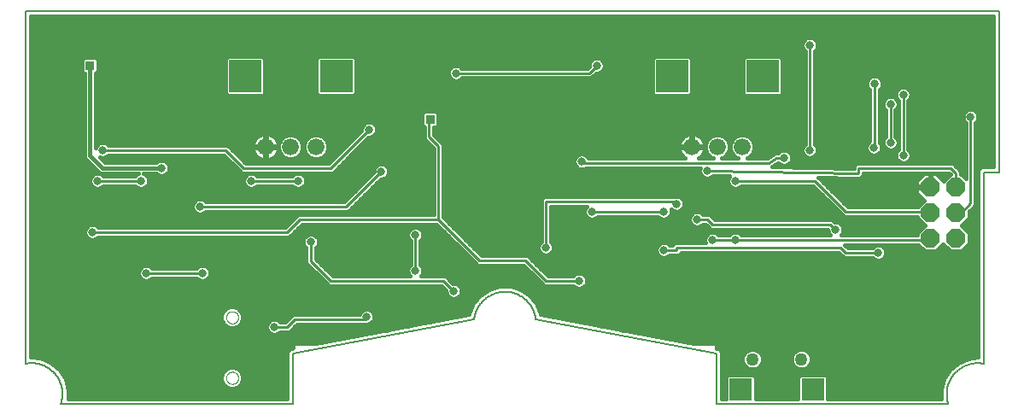
<source format=gbl>
G75*
%MOIN*%
%OFA0B0*%
%FSLAX25Y25*%
%IPPOS*%
%LPD*%
%AMOC8*
5,1,8,0,0,1.08239X$1,22.5*
%
%ADD10C,0.00800*%
%ADD11C,0.00787*%
%ADD12OC8,0.07400*%
%ADD13C,0.06600*%
%ADD14R,0.12598X0.12598*%
%ADD15C,0.05020*%
%ADD16R,0.08858X0.08858*%
%ADD17C,0.00000*%
%ADD18C,0.01600*%
%ADD19C,0.03169*%
%ADD20C,0.01000*%
%ADD21C,0.03562*%
%ADD22R,0.03562X0.03562*%
D10*
X0016870Y0164242D02*
X0396791Y0164242D01*
D11*
X0030650Y0010698D02*
X0030743Y0010975D01*
X0030830Y0011254D01*
X0030910Y0011534D01*
X0030983Y0011817D01*
X0031049Y0012101D01*
X0031108Y0012387D01*
X0031161Y0012674D01*
X0031206Y0012963D01*
X0031244Y0013252D01*
X0031276Y0013542D01*
X0031300Y0013833D01*
X0031317Y0014125D01*
X0031327Y0014416D01*
X0031330Y0014708D01*
X0031326Y0015000D01*
X0031315Y0015292D01*
X0031296Y0015583D01*
X0031271Y0015874D01*
X0031238Y0016164D01*
X0031199Y0016453D01*
X0031152Y0016742D01*
X0031099Y0017029D01*
X0031039Y0017314D01*
X0030971Y0017598D01*
X0030897Y0017880D01*
X0030816Y0018161D01*
X0030728Y0018439D01*
X0030633Y0018715D01*
X0030532Y0018989D01*
X0030424Y0019260D01*
X0030310Y0019529D01*
X0030189Y0019795D01*
X0030061Y0020057D01*
X0029928Y0020317D01*
X0029788Y0020573D01*
X0029642Y0020826D01*
X0029489Y0021075D01*
X0029331Y0021320D01*
X0029167Y0021561D01*
X0028997Y0021799D01*
X0028821Y0022032D01*
X0028640Y0022261D01*
X0028453Y0022485D01*
X0028261Y0022705D01*
X0028063Y0022919D01*
X0027860Y0023130D01*
X0027653Y0023335D01*
X0027440Y0023535D01*
X0027223Y0023729D01*
X0027001Y0023919D01*
X0026774Y0024103D01*
X0026543Y0024281D01*
X0026308Y0024454D01*
X0026068Y0024621D01*
X0025825Y0024782D01*
X0025577Y0024937D01*
X0025327Y0025086D01*
X0025072Y0025229D01*
X0024814Y0025366D01*
X0024553Y0025497D01*
X0024289Y0025621D01*
X0024021Y0025738D01*
X0023752Y0025849D01*
X0023479Y0025954D01*
X0023204Y0026052D01*
X0022927Y0026143D01*
X0022647Y0026227D01*
X0022366Y0026304D01*
X0022082Y0026375D01*
X0021798Y0026439D01*
X0021511Y0026496D01*
X0021224Y0026546D01*
X0020935Y0026588D01*
X0020645Y0026624D01*
X0020355Y0026653D01*
X0020064Y0026675D01*
X0019772Y0026689D01*
X0019480Y0026697D01*
X0019188Y0026697D01*
X0018896Y0026691D01*
X0018605Y0026677D01*
X0018314Y0026656D01*
X0018023Y0026628D01*
X0017733Y0026593D01*
X0017444Y0026551D01*
X0017157Y0026502D01*
X0016870Y0026446D01*
X0016870Y0026447D02*
X0016870Y0164242D01*
X0121201Y0030384D02*
X0192028Y0043825D01*
X0192064Y0044119D01*
X0192108Y0044412D01*
X0192158Y0044704D01*
X0192216Y0044995D01*
X0192281Y0045284D01*
X0192353Y0045571D01*
X0192432Y0045857D01*
X0192518Y0046140D01*
X0192611Y0046421D01*
X0192711Y0046700D01*
X0192818Y0046977D01*
X0192931Y0047251D01*
X0193051Y0047521D01*
X0193178Y0047789D01*
X0193311Y0048054D01*
X0193451Y0048315D01*
X0193597Y0048573D01*
X0193750Y0048827D01*
X0193908Y0049077D01*
X0194073Y0049324D01*
X0194243Y0049566D01*
X0194420Y0049804D01*
X0194602Y0050038D01*
X0194790Y0050267D01*
X0194984Y0050491D01*
X0195183Y0050710D01*
X0195387Y0050925D01*
X0195597Y0051135D01*
X0195811Y0051339D01*
X0196031Y0051538D01*
X0196255Y0051731D01*
X0196484Y0051919D01*
X0196718Y0052102D01*
X0196956Y0052278D01*
X0197198Y0052449D01*
X0197444Y0052613D01*
X0197695Y0052772D01*
X0197949Y0052924D01*
X0198207Y0053070D01*
X0198468Y0053210D01*
X0198733Y0053343D01*
X0199001Y0053470D01*
X0199271Y0053590D01*
X0199545Y0053703D01*
X0199822Y0053810D01*
X0200101Y0053909D01*
X0200382Y0054002D01*
X0200666Y0054088D01*
X0200951Y0054167D01*
X0201239Y0054239D01*
X0201528Y0054304D01*
X0201818Y0054362D01*
X0202110Y0054413D01*
X0202403Y0054456D01*
X0202697Y0054492D01*
X0202992Y0054521D01*
X0203288Y0054543D01*
X0203584Y0054558D01*
X0203880Y0054565D01*
X0204176Y0054565D01*
X0204472Y0054558D01*
X0204768Y0054543D01*
X0205064Y0054521D01*
X0205359Y0054492D01*
X0205653Y0054456D01*
X0205946Y0054413D01*
X0206238Y0054362D01*
X0206528Y0054304D01*
X0206817Y0054239D01*
X0207105Y0054167D01*
X0207390Y0054088D01*
X0207674Y0054002D01*
X0207955Y0053909D01*
X0208234Y0053810D01*
X0208511Y0053703D01*
X0208785Y0053590D01*
X0209055Y0053470D01*
X0209323Y0053343D01*
X0209588Y0053210D01*
X0209849Y0053070D01*
X0210107Y0052924D01*
X0210361Y0052772D01*
X0210612Y0052613D01*
X0210858Y0052449D01*
X0211100Y0052278D01*
X0211338Y0052102D01*
X0211572Y0051919D01*
X0211801Y0051731D01*
X0212025Y0051538D01*
X0212245Y0051339D01*
X0212459Y0051135D01*
X0212669Y0050925D01*
X0212873Y0050710D01*
X0213072Y0050491D01*
X0213266Y0050267D01*
X0213454Y0050038D01*
X0213636Y0049804D01*
X0213813Y0049566D01*
X0213983Y0049324D01*
X0214148Y0049077D01*
X0214306Y0048827D01*
X0214459Y0048573D01*
X0214605Y0048315D01*
X0214745Y0048054D01*
X0214878Y0047789D01*
X0215005Y0047521D01*
X0215125Y0047251D01*
X0215238Y0046977D01*
X0215345Y0046700D01*
X0215445Y0046421D01*
X0215538Y0046140D01*
X0215624Y0045857D01*
X0215703Y0045571D01*
X0215775Y0045284D01*
X0215840Y0044995D01*
X0215898Y0044704D01*
X0215948Y0044412D01*
X0215992Y0044119D01*
X0216028Y0043825D01*
X0286555Y0030384D01*
X0286555Y0010699D01*
X0377106Y0010699D01*
X0377015Y0010978D01*
X0376930Y0011260D01*
X0376851Y0011544D01*
X0376780Y0011830D01*
X0376716Y0012117D01*
X0376659Y0012406D01*
X0376609Y0012696D01*
X0376566Y0012987D01*
X0376530Y0013279D01*
X0376501Y0013572D01*
X0376480Y0013865D01*
X0376465Y0014159D01*
X0376458Y0014454D01*
X0376458Y0014748D01*
X0376465Y0015042D01*
X0376479Y0015336D01*
X0376501Y0015630D01*
X0376529Y0015923D01*
X0376565Y0016215D01*
X0376608Y0016506D01*
X0376658Y0016796D01*
X0376714Y0017085D01*
X0376778Y0017372D01*
X0376849Y0017658D01*
X0376927Y0017942D01*
X0377012Y0018224D01*
X0377104Y0018503D01*
X0377202Y0018781D01*
X0377307Y0019056D01*
X0377419Y0019328D01*
X0377538Y0019597D01*
X0377662Y0019864D01*
X0377794Y0020127D01*
X0377932Y0020387D01*
X0378076Y0020644D01*
X0378226Y0020897D01*
X0378383Y0021146D01*
X0378545Y0021392D01*
X0378713Y0021633D01*
X0378888Y0021871D01*
X0379068Y0022103D01*
X0379253Y0022332D01*
X0379444Y0022556D01*
X0379641Y0022775D01*
X0379843Y0022989D01*
X0380050Y0023198D01*
X0380262Y0023403D01*
X0380479Y0023602D01*
X0380700Y0023795D01*
X0380927Y0023983D01*
X0381157Y0024166D01*
X0381393Y0024343D01*
X0381632Y0024514D01*
X0381876Y0024679D01*
X0382123Y0024838D01*
X0382375Y0024992D01*
X0382630Y0025139D01*
X0382888Y0025279D01*
X0383150Y0025414D01*
X0383415Y0025542D01*
X0383683Y0025663D01*
X0383954Y0025778D01*
X0384228Y0025886D01*
X0384504Y0025988D01*
X0384783Y0026083D01*
X0385064Y0026170D01*
X0385347Y0026252D01*
X0385632Y0026326D01*
X0385918Y0026393D01*
X0386206Y0026453D01*
X0386496Y0026506D01*
X0386787Y0026552D01*
X0387078Y0026591D01*
X0387371Y0026623D01*
X0387664Y0026648D01*
X0387958Y0026665D01*
X0388252Y0026676D01*
X0388547Y0026679D01*
X0388841Y0026675D01*
X0389135Y0026664D01*
X0389429Y0026646D01*
X0389722Y0026620D01*
X0390015Y0026588D01*
X0390306Y0026548D01*
X0390597Y0026501D01*
X0390886Y0026447D01*
X0390886Y0101250D01*
X0396791Y0101250D01*
X0396791Y0164242D01*
X0121201Y0030384D02*
X0121201Y0010699D01*
X0030650Y0010699D01*
D12*
X0370059Y0075423D03*
X0380059Y0075423D03*
X0380059Y0085423D03*
X0370059Y0085423D03*
X0370059Y0095423D03*
X0380059Y0095423D03*
D13*
X0296713Y0111093D03*
X0286870Y0111093D03*
X0277028Y0111093D03*
X0130256Y0111093D03*
X0120413Y0111093D03*
X0110571Y0111093D03*
D14*
X0102697Y0138652D03*
X0138130Y0138652D03*
X0269154Y0138652D03*
X0304587Y0138652D03*
D15*
X0300630Y0028230D03*
X0319724Y0028230D03*
D16*
X0324252Y0016419D03*
X0296102Y0016419D03*
D17*
X0095217Y0020935D02*
X0095219Y0021032D01*
X0095225Y0021129D01*
X0095235Y0021225D01*
X0095249Y0021321D01*
X0095267Y0021417D01*
X0095288Y0021511D01*
X0095314Y0021605D01*
X0095343Y0021697D01*
X0095377Y0021788D01*
X0095413Y0021878D01*
X0095454Y0021966D01*
X0095498Y0022052D01*
X0095546Y0022137D01*
X0095597Y0022219D01*
X0095651Y0022300D01*
X0095709Y0022378D01*
X0095770Y0022453D01*
X0095833Y0022526D01*
X0095900Y0022597D01*
X0095970Y0022664D01*
X0096042Y0022729D01*
X0096117Y0022790D01*
X0096195Y0022849D01*
X0096274Y0022904D01*
X0096356Y0022956D01*
X0096440Y0023004D01*
X0096526Y0023049D01*
X0096614Y0023091D01*
X0096703Y0023129D01*
X0096794Y0023163D01*
X0096886Y0023193D01*
X0096979Y0023220D01*
X0097074Y0023242D01*
X0097169Y0023261D01*
X0097265Y0023276D01*
X0097361Y0023287D01*
X0097458Y0023294D01*
X0097555Y0023297D01*
X0097652Y0023296D01*
X0097749Y0023291D01*
X0097845Y0023282D01*
X0097941Y0023269D01*
X0098037Y0023252D01*
X0098132Y0023231D01*
X0098225Y0023207D01*
X0098318Y0023178D01*
X0098410Y0023146D01*
X0098500Y0023110D01*
X0098588Y0023071D01*
X0098675Y0023027D01*
X0098760Y0022981D01*
X0098843Y0022930D01*
X0098924Y0022877D01*
X0099002Y0022820D01*
X0099079Y0022760D01*
X0099152Y0022697D01*
X0099223Y0022631D01*
X0099291Y0022562D01*
X0099357Y0022490D01*
X0099419Y0022416D01*
X0099478Y0022339D01*
X0099534Y0022260D01*
X0099587Y0022178D01*
X0099637Y0022095D01*
X0099682Y0022009D01*
X0099725Y0021922D01*
X0099764Y0021833D01*
X0099799Y0021743D01*
X0099830Y0021651D01*
X0099857Y0021558D01*
X0099881Y0021464D01*
X0099901Y0021369D01*
X0099917Y0021273D01*
X0099929Y0021177D01*
X0099937Y0021080D01*
X0099941Y0020983D01*
X0099941Y0020887D01*
X0099937Y0020790D01*
X0099929Y0020693D01*
X0099917Y0020597D01*
X0099901Y0020501D01*
X0099881Y0020406D01*
X0099857Y0020312D01*
X0099830Y0020219D01*
X0099799Y0020127D01*
X0099764Y0020037D01*
X0099725Y0019948D01*
X0099682Y0019861D01*
X0099637Y0019775D01*
X0099587Y0019692D01*
X0099534Y0019610D01*
X0099478Y0019531D01*
X0099419Y0019454D01*
X0099357Y0019380D01*
X0099291Y0019308D01*
X0099223Y0019239D01*
X0099152Y0019173D01*
X0099079Y0019110D01*
X0099002Y0019050D01*
X0098924Y0018993D01*
X0098843Y0018940D01*
X0098760Y0018889D01*
X0098675Y0018843D01*
X0098588Y0018799D01*
X0098500Y0018760D01*
X0098410Y0018724D01*
X0098318Y0018692D01*
X0098225Y0018663D01*
X0098132Y0018639D01*
X0098037Y0018618D01*
X0097941Y0018601D01*
X0097845Y0018588D01*
X0097749Y0018579D01*
X0097652Y0018574D01*
X0097555Y0018573D01*
X0097458Y0018576D01*
X0097361Y0018583D01*
X0097265Y0018594D01*
X0097169Y0018609D01*
X0097074Y0018628D01*
X0096979Y0018650D01*
X0096886Y0018677D01*
X0096794Y0018707D01*
X0096703Y0018741D01*
X0096614Y0018779D01*
X0096526Y0018821D01*
X0096440Y0018866D01*
X0096356Y0018914D01*
X0096274Y0018966D01*
X0096195Y0019021D01*
X0096117Y0019080D01*
X0096042Y0019141D01*
X0095970Y0019206D01*
X0095900Y0019273D01*
X0095833Y0019344D01*
X0095770Y0019417D01*
X0095709Y0019492D01*
X0095651Y0019570D01*
X0095597Y0019651D01*
X0095546Y0019733D01*
X0095498Y0019818D01*
X0095454Y0019904D01*
X0095413Y0019992D01*
X0095377Y0020082D01*
X0095343Y0020173D01*
X0095314Y0020265D01*
X0095288Y0020359D01*
X0095267Y0020453D01*
X0095249Y0020549D01*
X0095235Y0020645D01*
X0095225Y0020741D01*
X0095219Y0020838D01*
X0095217Y0020935D01*
X0095217Y0044557D02*
X0095219Y0044654D01*
X0095225Y0044751D01*
X0095235Y0044847D01*
X0095249Y0044943D01*
X0095267Y0045039D01*
X0095288Y0045133D01*
X0095314Y0045227D01*
X0095343Y0045319D01*
X0095377Y0045410D01*
X0095413Y0045500D01*
X0095454Y0045588D01*
X0095498Y0045674D01*
X0095546Y0045759D01*
X0095597Y0045841D01*
X0095651Y0045922D01*
X0095709Y0046000D01*
X0095770Y0046075D01*
X0095833Y0046148D01*
X0095900Y0046219D01*
X0095970Y0046286D01*
X0096042Y0046351D01*
X0096117Y0046412D01*
X0096195Y0046471D01*
X0096274Y0046526D01*
X0096356Y0046578D01*
X0096440Y0046626D01*
X0096526Y0046671D01*
X0096614Y0046713D01*
X0096703Y0046751D01*
X0096794Y0046785D01*
X0096886Y0046815D01*
X0096979Y0046842D01*
X0097074Y0046864D01*
X0097169Y0046883D01*
X0097265Y0046898D01*
X0097361Y0046909D01*
X0097458Y0046916D01*
X0097555Y0046919D01*
X0097652Y0046918D01*
X0097749Y0046913D01*
X0097845Y0046904D01*
X0097941Y0046891D01*
X0098037Y0046874D01*
X0098132Y0046853D01*
X0098225Y0046829D01*
X0098318Y0046800D01*
X0098410Y0046768D01*
X0098500Y0046732D01*
X0098588Y0046693D01*
X0098675Y0046649D01*
X0098760Y0046603D01*
X0098843Y0046552D01*
X0098924Y0046499D01*
X0099002Y0046442D01*
X0099079Y0046382D01*
X0099152Y0046319D01*
X0099223Y0046253D01*
X0099291Y0046184D01*
X0099357Y0046112D01*
X0099419Y0046038D01*
X0099478Y0045961D01*
X0099534Y0045882D01*
X0099587Y0045800D01*
X0099637Y0045717D01*
X0099682Y0045631D01*
X0099725Y0045544D01*
X0099764Y0045455D01*
X0099799Y0045365D01*
X0099830Y0045273D01*
X0099857Y0045180D01*
X0099881Y0045086D01*
X0099901Y0044991D01*
X0099917Y0044895D01*
X0099929Y0044799D01*
X0099937Y0044702D01*
X0099941Y0044605D01*
X0099941Y0044509D01*
X0099937Y0044412D01*
X0099929Y0044315D01*
X0099917Y0044219D01*
X0099901Y0044123D01*
X0099881Y0044028D01*
X0099857Y0043934D01*
X0099830Y0043841D01*
X0099799Y0043749D01*
X0099764Y0043659D01*
X0099725Y0043570D01*
X0099682Y0043483D01*
X0099637Y0043397D01*
X0099587Y0043314D01*
X0099534Y0043232D01*
X0099478Y0043153D01*
X0099419Y0043076D01*
X0099357Y0043002D01*
X0099291Y0042930D01*
X0099223Y0042861D01*
X0099152Y0042795D01*
X0099079Y0042732D01*
X0099002Y0042672D01*
X0098924Y0042615D01*
X0098843Y0042562D01*
X0098760Y0042511D01*
X0098675Y0042465D01*
X0098588Y0042421D01*
X0098500Y0042382D01*
X0098410Y0042346D01*
X0098318Y0042314D01*
X0098225Y0042285D01*
X0098132Y0042261D01*
X0098037Y0042240D01*
X0097941Y0042223D01*
X0097845Y0042210D01*
X0097749Y0042201D01*
X0097652Y0042196D01*
X0097555Y0042195D01*
X0097458Y0042198D01*
X0097361Y0042205D01*
X0097265Y0042216D01*
X0097169Y0042231D01*
X0097074Y0042250D01*
X0096979Y0042272D01*
X0096886Y0042299D01*
X0096794Y0042329D01*
X0096703Y0042363D01*
X0096614Y0042401D01*
X0096526Y0042443D01*
X0096440Y0042488D01*
X0096356Y0042536D01*
X0096274Y0042588D01*
X0096195Y0042643D01*
X0096117Y0042702D01*
X0096042Y0042763D01*
X0095970Y0042828D01*
X0095900Y0042895D01*
X0095833Y0042966D01*
X0095770Y0043039D01*
X0095709Y0043114D01*
X0095651Y0043192D01*
X0095597Y0043273D01*
X0095546Y0043355D01*
X0095498Y0043440D01*
X0095454Y0043526D01*
X0095413Y0043614D01*
X0095377Y0043704D01*
X0095343Y0043795D01*
X0095314Y0043887D01*
X0095288Y0043981D01*
X0095267Y0044075D01*
X0095249Y0044171D01*
X0095235Y0044267D01*
X0095225Y0044363D01*
X0095219Y0044460D01*
X0095217Y0044557D01*
D18*
X0093417Y0044386D02*
X0019064Y0044386D01*
X0019064Y0042788D02*
X0093807Y0042788D01*
X0094050Y0042199D02*
X0095221Y0041029D01*
X0096751Y0040395D01*
X0098407Y0040395D01*
X0099936Y0041029D01*
X0101107Y0042199D01*
X0101741Y0043729D01*
X0101741Y0045385D01*
X0101107Y0046915D01*
X0099936Y0048086D01*
X0098407Y0048719D01*
X0096751Y0048719D01*
X0095221Y0048086D01*
X0094050Y0046915D01*
X0093417Y0045385D01*
X0093417Y0043729D01*
X0094050Y0042199D01*
X0095061Y0041189D02*
X0019064Y0041189D01*
X0019064Y0039591D02*
X0111309Y0039591D01*
X0111498Y0039134D02*
X0112337Y0038295D01*
X0113434Y0037841D01*
X0114621Y0037841D01*
X0115718Y0038295D01*
X0116348Y0038925D01*
X0119815Y0038925D01*
X0122815Y0041925D01*
X0149231Y0041925D01*
X0149434Y0041841D01*
X0150621Y0041841D01*
X0151718Y0042295D01*
X0152557Y0043134D01*
X0153012Y0044231D01*
X0153012Y0045418D01*
X0152557Y0046515D01*
X0151718Y0047355D01*
X0150621Y0047809D01*
X0149434Y0047809D01*
X0148337Y0047355D01*
X0147498Y0046515D01*
X0147170Y0045725D01*
X0121241Y0045725D01*
X0120128Y0044612D01*
X0118241Y0042725D01*
X0116348Y0042725D01*
X0115718Y0043355D01*
X0114621Y0043809D01*
X0113434Y0043809D01*
X0112337Y0043355D01*
X0111498Y0042515D01*
X0111043Y0041418D01*
X0111043Y0040231D01*
X0111498Y0039134D01*
X0113068Y0037992D02*
X0019064Y0037992D01*
X0019064Y0036394D02*
X0141103Y0036394D01*
X0149526Y0037992D02*
X0114987Y0037992D01*
X0120480Y0039591D02*
X0157949Y0039591D01*
X0152211Y0042788D02*
X0174796Y0042788D01*
X0183219Y0044386D02*
X0153012Y0044386D01*
X0152777Y0045985D02*
X0190060Y0045985D01*
X0190079Y0046152D02*
X0190026Y0045678D01*
X0130181Y0034321D01*
X0121201Y0034321D01*
X0121201Y0032617D01*
X0120994Y0032578D01*
X0120292Y0032578D01*
X0120128Y0032413D01*
X0119899Y0032370D01*
X0119504Y0031789D01*
X0119007Y0031293D01*
X0119007Y0031060D01*
X0118876Y0030868D01*
X0119007Y0030178D01*
X0119007Y0012893D01*
X0033468Y0012893D01*
X0033593Y0016331D01*
X0032457Y0020503D01*
X0030131Y0024148D01*
X0026827Y0026936D01*
X0022843Y0028616D01*
X0019064Y0028984D01*
X0019064Y0162042D01*
X0394598Y0162042D01*
X0394598Y0103444D01*
X0389977Y0103444D01*
X0388692Y0102159D01*
X0388692Y0100341D01*
X0388692Y0028965D01*
X0384920Y0028575D01*
X0384920Y0028575D01*
X0380959Y0026887D01*
X0377672Y0024107D01*
X0377672Y0024107D01*
X0377672Y0024107D01*
X0375352Y0020480D01*
X0375352Y0020480D01*
X0374205Y0016330D01*
X0374205Y0016330D01*
X0374308Y0012893D01*
X0330081Y0012893D01*
X0330081Y0021428D01*
X0329261Y0022248D01*
X0319243Y0022248D01*
X0318423Y0021428D01*
X0318423Y0012893D01*
X0301931Y0012893D01*
X0301931Y0021428D01*
X0301111Y0022248D01*
X0291093Y0022248D01*
X0290273Y0021428D01*
X0290273Y0012893D01*
X0288749Y0012893D01*
X0288749Y0030177D01*
X0288880Y0030866D01*
X0288749Y0031059D01*
X0288749Y0031293D01*
X0288253Y0031789D01*
X0287858Y0032369D01*
X0287629Y0032412D01*
X0287464Y0032578D01*
X0286762Y0032578D01*
X0286555Y0032617D01*
X0286555Y0034321D01*
X0277615Y0034321D01*
X0218029Y0045677D01*
X0217976Y0046152D01*
X0217976Y0046152D01*
X0216332Y0050013D01*
X0216332Y0050013D01*
X0213645Y0053237D01*
X0210145Y0055551D01*
X0210145Y0055551D01*
X0206126Y0056759D01*
X0201929Y0056759D01*
X0197911Y0055551D01*
X0194410Y0053237D01*
X0191723Y0050013D01*
X0190079Y0046152D01*
X0190688Y0047583D02*
X0151167Y0047583D01*
X0148889Y0047583D02*
X0100439Y0047583D01*
X0101493Y0045985D02*
X0147278Y0045985D01*
X0132679Y0034795D02*
X0019064Y0034795D01*
X0019064Y0033197D02*
X0121201Y0033197D01*
X0119313Y0031598D02*
X0019064Y0031598D01*
X0019064Y0029999D02*
X0119007Y0029999D01*
X0119007Y0028401D02*
X0023353Y0028401D01*
X0022843Y0028616D02*
X0022843Y0028616D01*
X0026827Y0026936D02*
X0026827Y0026936D01*
X0026986Y0026802D02*
X0119007Y0026802D01*
X0119007Y0025204D02*
X0028880Y0025204D01*
X0030131Y0024148D02*
X0030131Y0024148D01*
X0030477Y0023605D02*
X0094363Y0023605D01*
X0094050Y0023293D02*
X0093417Y0021763D01*
X0093417Y0020107D01*
X0094050Y0018577D01*
X0095221Y0017406D01*
X0096751Y0016773D01*
X0098407Y0016773D01*
X0099936Y0017406D01*
X0101107Y0018577D01*
X0101741Y0020107D01*
X0101741Y0021763D01*
X0101107Y0023293D01*
X0099936Y0024464D01*
X0098407Y0025097D01*
X0096751Y0025097D01*
X0095221Y0024464D01*
X0094050Y0023293D01*
X0093518Y0022007D02*
X0031497Y0022007D01*
X0032457Y0020503D02*
X0032457Y0020503D01*
X0032482Y0020408D02*
X0093417Y0020408D01*
X0093954Y0018810D02*
X0032918Y0018810D01*
X0033353Y0017211D02*
X0095692Y0017211D01*
X0099465Y0017211D02*
X0119007Y0017211D01*
X0119007Y0015613D02*
X0033567Y0015613D01*
X0033593Y0016331D02*
X0033593Y0016331D01*
X0033509Y0014014D02*
X0119007Y0014014D01*
X0119007Y0018810D02*
X0101204Y0018810D01*
X0101741Y0020408D02*
X0119007Y0020408D01*
X0119007Y0022007D02*
X0101640Y0022007D01*
X0100795Y0023605D02*
X0119007Y0023605D01*
X0122079Y0041189D02*
X0166373Y0041189D01*
X0181498Y0053134D02*
X0182337Y0052295D01*
X0183434Y0051841D01*
X0184621Y0051841D01*
X0185718Y0052295D01*
X0186557Y0053134D01*
X0187012Y0054231D01*
X0187012Y0055418D01*
X0186557Y0056515D01*
X0185718Y0057355D01*
X0184621Y0057809D01*
X0183730Y0057809D01*
X0180815Y0060725D01*
X0171148Y0060725D01*
X0171557Y0061134D01*
X0172012Y0062231D01*
X0172012Y0063418D01*
X0171557Y0064515D01*
X0170928Y0065145D01*
X0170928Y0074504D01*
X0171557Y0075134D01*
X0172012Y0076231D01*
X0172012Y0077418D01*
X0171557Y0078515D01*
X0170718Y0079355D01*
X0169621Y0079809D01*
X0168434Y0079809D01*
X0167337Y0079355D01*
X0166498Y0078515D01*
X0166043Y0077418D01*
X0166043Y0076231D01*
X0166498Y0075134D01*
X0167128Y0074504D01*
X0167128Y0065145D01*
X0166498Y0064515D01*
X0166043Y0063418D01*
X0166043Y0062231D01*
X0166498Y0061134D01*
X0166907Y0060725D01*
X0136815Y0060725D01*
X0130178Y0067362D01*
X0130178Y0071754D01*
X0130807Y0072384D01*
X0131262Y0073481D01*
X0131262Y0074668D01*
X0130807Y0075765D01*
X0129968Y0076605D01*
X0128871Y0077059D01*
X0127684Y0077059D01*
X0126587Y0076605D01*
X0125748Y0075765D01*
X0125293Y0074668D01*
X0125293Y0073481D01*
X0125748Y0072384D01*
X0126378Y0071754D01*
X0126378Y0065788D01*
X0134128Y0058038D01*
X0135241Y0056925D01*
X0179241Y0056925D01*
X0181043Y0055122D01*
X0181043Y0054231D01*
X0181498Y0053134D01*
X0181149Y0053977D02*
X0019064Y0053977D01*
X0019064Y0052379D02*
X0182253Y0052379D01*
X0185802Y0052379D02*
X0193694Y0052379D01*
X0194410Y0053237D02*
X0194410Y0053237D01*
X0195529Y0053977D02*
X0186907Y0053977D01*
X0186947Y0055576D02*
X0197992Y0055576D01*
X0197911Y0055551D02*
X0197911Y0055551D01*
X0192362Y0050780D02*
X0019064Y0050780D01*
X0019064Y0049182D02*
X0191369Y0049182D01*
X0191723Y0050013D02*
X0191723Y0050013D01*
X0180590Y0055576D02*
X0019064Y0055576D01*
X0019064Y0057174D02*
X0134991Y0057174D01*
X0133393Y0058773D02*
X0019064Y0058773D01*
X0019064Y0060371D02*
X0061400Y0060371D01*
X0061498Y0060134D02*
X0062337Y0059295D01*
X0063434Y0058841D01*
X0064621Y0058841D01*
X0065718Y0059295D01*
X0066348Y0059925D01*
X0083707Y0059925D01*
X0084337Y0059295D01*
X0085434Y0058841D01*
X0086621Y0058841D01*
X0087718Y0059295D01*
X0088557Y0060134D01*
X0089012Y0061231D01*
X0089012Y0062418D01*
X0088557Y0063515D01*
X0087718Y0064355D01*
X0086621Y0064809D01*
X0085434Y0064809D01*
X0084337Y0064355D01*
X0083707Y0063725D01*
X0066348Y0063725D01*
X0065718Y0064355D01*
X0064621Y0064809D01*
X0063434Y0064809D01*
X0062337Y0064355D01*
X0061498Y0063515D01*
X0061043Y0062418D01*
X0061043Y0061231D01*
X0061498Y0060134D01*
X0061043Y0061970D02*
X0019064Y0061970D01*
X0019064Y0063568D02*
X0061551Y0063568D01*
X0045348Y0075925D02*
X0119815Y0075925D01*
X0124815Y0080925D01*
X0177241Y0080925D01*
X0192128Y0066038D01*
X0193241Y0064925D01*
X0211241Y0064925D01*
X0218128Y0058038D01*
X0219241Y0056925D01*
X0230707Y0056925D01*
X0231337Y0056295D01*
X0232434Y0055841D01*
X0233621Y0055841D01*
X0234718Y0056295D01*
X0235557Y0057134D01*
X0236012Y0058231D01*
X0236012Y0059418D01*
X0235557Y0060515D01*
X0234718Y0061355D01*
X0233621Y0061809D01*
X0232434Y0061809D01*
X0231337Y0061355D01*
X0230707Y0060725D01*
X0220815Y0060725D01*
X0212815Y0068725D01*
X0194815Y0068725D01*
X0179928Y0083612D01*
X0179928Y0112139D01*
X0178815Y0113252D01*
X0178815Y0113252D01*
X0176250Y0115817D01*
X0176250Y0118675D01*
X0177263Y0118675D01*
X0178083Y0119495D01*
X0178083Y0124217D01*
X0177263Y0125037D01*
X0172541Y0125037D01*
X0171720Y0124217D01*
X0171720Y0119495D01*
X0172450Y0118765D01*
X0172450Y0114243D01*
X0173563Y0113130D01*
X0176128Y0110565D01*
X0176128Y0084725D01*
X0123241Y0084725D01*
X0122128Y0083612D01*
X0118241Y0079725D01*
X0045348Y0079725D01*
X0044718Y0080355D01*
X0043621Y0080809D01*
X0042434Y0080809D01*
X0041337Y0080355D01*
X0040498Y0079515D01*
X0040043Y0078418D01*
X0040043Y0077231D01*
X0040498Y0076134D01*
X0041337Y0075295D01*
X0042434Y0074841D01*
X0043621Y0074841D01*
X0044718Y0075295D01*
X0045348Y0075925D01*
X0040406Y0076356D02*
X0019064Y0076356D01*
X0019064Y0074758D02*
X0125330Y0074758D01*
X0125427Y0073159D02*
X0019064Y0073159D01*
X0019064Y0071561D02*
X0126378Y0071561D01*
X0126378Y0069962D02*
X0019064Y0069962D01*
X0019064Y0068364D02*
X0126378Y0068364D01*
X0126378Y0066765D02*
X0019064Y0066765D01*
X0019064Y0065167D02*
X0126999Y0065167D01*
X0128597Y0063568D02*
X0088504Y0063568D01*
X0089012Y0061970D02*
X0130196Y0061970D01*
X0131794Y0060371D02*
X0088656Y0060371D01*
X0094719Y0047583D02*
X0019064Y0047583D01*
X0019064Y0045985D02*
X0093665Y0045985D01*
X0100097Y0041189D02*
X0111043Y0041189D01*
X0111770Y0042788D02*
X0101351Y0042788D01*
X0101741Y0044386D02*
X0119902Y0044386D01*
X0118303Y0042788D02*
X0116285Y0042788D01*
X0135570Y0061970D02*
X0166152Y0061970D01*
X0166105Y0063568D02*
X0133971Y0063568D01*
X0132373Y0065167D02*
X0167128Y0065167D01*
X0167128Y0066765D02*
X0130774Y0066765D01*
X0130178Y0068364D02*
X0167128Y0068364D01*
X0167128Y0069962D02*
X0130178Y0069962D01*
X0130178Y0071561D02*
X0167128Y0071561D01*
X0167128Y0073159D02*
X0131128Y0073159D01*
X0131225Y0074758D02*
X0166874Y0074758D01*
X0166043Y0076356D02*
X0130216Y0076356D01*
X0126339Y0076356D02*
X0120246Y0076356D01*
X0121845Y0077955D02*
X0166266Y0077955D01*
X0167817Y0079553D02*
X0123443Y0079553D01*
X0121266Y0082750D02*
X0019064Y0082750D01*
X0019064Y0081152D02*
X0119668Y0081152D01*
X0122865Y0084349D02*
X0019064Y0084349D01*
X0019064Y0085947D02*
X0082685Y0085947D01*
X0082498Y0086134D02*
X0083337Y0085295D01*
X0084434Y0084841D01*
X0085621Y0084841D01*
X0086718Y0085295D01*
X0087348Y0085925D01*
X0142815Y0085925D01*
X0155480Y0098591D01*
X0156371Y0098591D01*
X0157468Y0099045D01*
X0158307Y0099884D01*
X0158762Y0100981D01*
X0158762Y0102168D01*
X0158307Y0103265D01*
X0157468Y0104105D01*
X0156371Y0104559D01*
X0155184Y0104559D01*
X0154087Y0104105D01*
X0153248Y0103265D01*
X0152793Y0102168D01*
X0152793Y0101278D01*
X0141241Y0089725D01*
X0087348Y0089725D01*
X0086718Y0090355D01*
X0085621Y0090809D01*
X0084434Y0090809D01*
X0083337Y0090355D01*
X0082498Y0089515D01*
X0082043Y0088418D01*
X0082043Y0087231D01*
X0082498Y0086134D01*
X0082043Y0087546D02*
X0019064Y0087546D01*
X0019064Y0089144D02*
X0082344Y0089144D01*
X0084274Y0090743D02*
X0019064Y0090743D01*
X0019064Y0092341D02*
X0143857Y0092341D01*
X0142259Y0090743D02*
X0085781Y0090743D01*
X0072557Y0101134D02*
X0073012Y0102231D01*
X0073012Y0103418D01*
X0072557Y0104515D01*
X0071718Y0105355D01*
X0070621Y0105809D01*
X0069434Y0105809D01*
X0068337Y0105355D01*
X0068007Y0105025D01*
X0047939Y0105025D01*
X0045903Y0107060D01*
X0046434Y0106841D01*
X0047621Y0106841D01*
X0048718Y0107295D01*
X0049348Y0107925D01*
X0094241Y0107925D01*
X0100128Y0102038D01*
X0101241Y0100925D01*
X0136815Y0100925D01*
X0150730Y0114841D01*
X0151621Y0114841D01*
X0152718Y0115295D01*
X0153557Y0116134D01*
X0154012Y0117231D01*
X0154012Y0118418D01*
X0153557Y0119515D01*
X0152718Y0120355D01*
X0151621Y0120809D01*
X0150434Y0120809D01*
X0149337Y0120355D01*
X0148498Y0119515D01*
X0148043Y0118418D01*
X0148043Y0117528D01*
X0135241Y0104725D01*
X0102815Y0104725D01*
X0095815Y0111725D01*
X0049348Y0111725D01*
X0048718Y0112355D01*
X0047621Y0112809D01*
X0046434Y0112809D01*
X0045337Y0112355D01*
X0044498Y0111515D01*
X0044228Y0110863D01*
X0044228Y0139644D01*
X0044389Y0139644D01*
X0045209Y0140464D01*
X0045209Y0145186D01*
X0044389Y0146006D01*
X0039667Y0146006D01*
X0038846Y0145186D01*
X0038846Y0140464D01*
X0039667Y0139644D01*
X0039828Y0139644D01*
X0039828Y0106914D01*
X0041116Y0105625D01*
X0046116Y0100625D01*
X0060989Y0100625D01*
X0060337Y0100355D01*
X0059707Y0099725D01*
X0047348Y0099725D01*
X0046718Y0100355D01*
X0045621Y0100809D01*
X0044434Y0100809D01*
X0043337Y0100355D01*
X0042498Y0099515D01*
X0042043Y0098418D01*
X0042043Y0097231D01*
X0042498Y0096134D01*
X0043337Y0095295D01*
X0044434Y0094841D01*
X0045621Y0094841D01*
X0046718Y0095295D01*
X0047348Y0095925D01*
X0059707Y0095925D01*
X0060337Y0095295D01*
X0061434Y0094841D01*
X0062621Y0094841D01*
X0063718Y0095295D01*
X0064557Y0096134D01*
X0065012Y0097231D01*
X0065012Y0098418D01*
X0064557Y0099515D01*
X0063718Y0100355D01*
X0063066Y0100625D01*
X0068007Y0100625D01*
X0068337Y0100295D01*
X0069434Y0099841D01*
X0070621Y0099841D01*
X0071718Y0100295D01*
X0072557Y0101134D01*
X0072888Y0101933D02*
X0100233Y0101933D01*
X0098634Y0103531D02*
X0072965Y0103531D01*
X0071943Y0105130D02*
X0097036Y0105130D01*
X0095437Y0106728D02*
X0046236Y0106728D01*
X0047834Y0105130D02*
X0068112Y0105130D01*
X0070028Y0102825D02*
X0047028Y0102825D01*
X0042028Y0107825D01*
X0042028Y0142825D01*
X0045209Y0143494D02*
X0094998Y0143494D01*
X0094998Y0145092D02*
X0045209Y0145092D01*
X0045209Y0141895D02*
X0094998Y0141895D01*
X0094998Y0140297D02*
X0045042Y0140297D01*
X0044228Y0138698D02*
X0094998Y0138698D01*
X0094998Y0137100D02*
X0044228Y0137100D01*
X0044228Y0135501D02*
X0094998Y0135501D01*
X0094998Y0133903D02*
X0044228Y0133903D01*
X0044228Y0132304D02*
X0094998Y0132304D01*
X0094998Y0131772D02*
X0095818Y0130952D01*
X0109576Y0130952D01*
X0110396Y0131772D01*
X0110396Y0145531D01*
X0109576Y0146351D01*
X0095818Y0146351D01*
X0094998Y0145531D01*
X0094998Y0131772D01*
X0110396Y0132304D02*
X0130431Y0132304D01*
X0130431Y0131772D02*
X0131251Y0130952D01*
X0145009Y0130952D01*
X0145829Y0131772D01*
X0145829Y0145531D01*
X0145009Y0146351D01*
X0131251Y0146351D01*
X0130431Y0145531D01*
X0130431Y0131772D01*
X0130431Y0133903D02*
X0110396Y0133903D01*
X0110396Y0135501D02*
X0130431Y0135501D01*
X0130431Y0137100D02*
X0110396Y0137100D01*
X0110396Y0138698D02*
X0130431Y0138698D01*
X0130431Y0140297D02*
X0110396Y0140297D01*
X0110396Y0141895D02*
X0130431Y0141895D01*
X0130431Y0143494D02*
X0110396Y0143494D01*
X0110396Y0145092D02*
X0130431Y0145092D01*
X0145829Y0145092D02*
X0237917Y0145092D01*
X0238211Y0145386D02*
X0237372Y0144547D01*
X0236917Y0143450D01*
X0236917Y0142559D01*
X0236115Y0141756D01*
X0187222Y0141756D01*
X0186592Y0142386D01*
X0185495Y0142841D01*
X0184308Y0142841D01*
X0183211Y0142386D01*
X0182372Y0141547D01*
X0181917Y0140450D01*
X0181917Y0139263D01*
X0182372Y0138166D01*
X0183211Y0137326D01*
X0184308Y0136872D01*
X0185495Y0136872D01*
X0186592Y0137326D01*
X0187222Y0137956D01*
X0237689Y0137956D01*
X0239604Y0139872D01*
X0240495Y0139872D01*
X0241592Y0140326D01*
X0242431Y0141166D01*
X0242886Y0142263D01*
X0242886Y0143450D01*
X0242431Y0144547D01*
X0241592Y0145386D01*
X0240495Y0145841D01*
X0239308Y0145841D01*
X0238211Y0145386D01*
X0236936Y0143494D02*
X0145829Y0143494D01*
X0145829Y0141895D02*
X0182720Y0141895D01*
X0181917Y0140297D02*
X0145829Y0140297D01*
X0145829Y0138698D02*
X0182151Y0138698D01*
X0183758Y0137100D02*
X0145829Y0137100D01*
X0145829Y0135501D02*
X0261454Y0135501D01*
X0261454Y0133903D02*
X0145829Y0133903D01*
X0145829Y0132304D02*
X0261454Y0132304D01*
X0261454Y0131772D02*
X0262274Y0130952D01*
X0276033Y0130952D01*
X0276853Y0131772D01*
X0276853Y0145531D01*
X0276033Y0146351D01*
X0262274Y0146351D01*
X0261454Y0145531D01*
X0261454Y0131772D01*
X0261454Y0137100D02*
X0186045Y0137100D01*
X0187083Y0141895D02*
X0236254Y0141895D01*
X0238431Y0138698D02*
X0261454Y0138698D01*
X0261454Y0140297D02*
X0241521Y0140297D01*
X0242734Y0141895D02*
X0261454Y0141895D01*
X0261454Y0143494D02*
X0242868Y0143494D01*
X0241886Y0145092D02*
X0261454Y0145092D01*
X0276853Y0145092D02*
X0296887Y0145092D01*
X0296887Y0145531D02*
X0296887Y0131772D01*
X0297707Y0130952D01*
X0311466Y0130952D01*
X0312286Y0131772D01*
X0312286Y0145531D01*
X0311466Y0146351D01*
X0297707Y0146351D01*
X0296887Y0145531D01*
X0296887Y0143494D02*
X0276853Y0143494D01*
X0276853Y0141895D02*
X0296887Y0141895D01*
X0296887Y0140297D02*
X0276853Y0140297D01*
X0276853Y0138698D02*
X0296887Y0138698D01*
X0296887Y0137100D02*
X0276853Y0137100D01*
X0276853Y0135501D02*
X0296887Y0135501D01*
X0296887Y0133903D02*
X0276853Y0133903D01*
X0276853Y0132304D02*
X0296887Y0132304D01*
X0312286Y0132304D02*
X0321128Y0132304D01*
X0321128Y0130706D02*
X0044228Y0130706D01*
X0044228Y0129107D02*
X0321128Y0129107D01*
X0321128Y0127509D02*
X0044228Y0127509D01*
X0044228Y0125910D02*
X0321128Y0125910D01*
X0321128Y0124312D02*
X0177988Y0124312D01*
X0178083Y0122713D02*
X0321128Y0122713D01*
X0321128Y0121115D02*
X0178083Y0121115D01*
X0178083Y0119516D02*
X0321128Y0119516D01*
X0321128Y0117918D02*
X0176250Y0117918D01*
X0176250Y0116319D02*
X0321128Y0116319D01*
X0321128Y0114721D02*
X0299731Y0114721D01*
X0299375Y0115077D02*
X0297647Y0115793D01*
X0295778Y0115793D01*
X0294050Y0115077D01*
X0292728Y0113755D01*
X0292013Y0112027D01*
X0292013Y0110158D01*
X0292728Y0108430D01*
X0294050Y0107108D01*
X0294976Y0106725D01*
X0288607Y0106725D01*
X0289532Y0107108D01*
X0290855Y0108430D01*
X0291570Y0110158D01*
X0291570Y0112027D01*
X0290855Y0113755D01*
X0289532Y0115077D01*
X0287805Y0115793D01*
X0285935Y0115793D01*
X0284208Y0115077D01*
X0282886Y0113755D01*
X0282170Y0112027D01*
X0282170Y0110158D01*
X0282886Y0108430D01*
X0284208Y0107108D01*
X0285133Y0106725D01*
X0279689Y0106725D01*
X0279701Y0106731D01*
X0280350Y0107202D01*
X0280918Y0107770D01*
X0281389Y0108420D01*
X0281754Y0109135D01*
X0282002Y0109898D01*
X0282128Y0110691D01*
X0282128Y0110810D01*
X0277310Y0110810D01*
X0277310Y0111375D01*
X0276745Y0111375D01*
X0276745Y0110810D01*
X0271928Y0110810D01*
X0271928Y0110691D01*
X0272053Y0109898D01*
X0272301Y0109135D01*
X0272666Y0108420D01*
X0273138Y0107770D01*
X0273705Y0107202D01*
X0274355Y0106731D01*
X0274366Y0106725D01*
X0236678Y0106725D01*
X0236557Y0107015D01*
X0235718Y0107855D01*
X0234621Y0108309D01*
X0233434Y0108309D01*
X0232337Y0107855D01*
X0231498Y0107015D01*
X0231043Y0105918D01*
X0231043Y0104731D01*
X0231498Y0103634D01*
X0232337Y0102795D01*
X0233434Y0102341D01*
X0234621Y0102341D01*
X0235718Y0102795D01*
X0235848Y0102925D01*
X0280253Y0102925D01*
X0280043Y0102418D01*
X0280043Y0101231D01*
X0280498Y0100134D01*
X0281337Y0099295D01*
X0282434Y0098841D01*
X0283621Y0098841D01*
X0284718Y0099295D01*
X0285309Y0099886D01*
X0291759Y0099777D01*
X0291498Y0099515D01*
X0291043Y0098418D01*
X0291043Y0097231D01*
X0291498Y0096134D01*
X0292337Y0095295D01*
X0293434Y0094841D01*
X0294621Y0094841D01*
X0295718Y0095295D01*
X0296348Y0095925D01*
X0324241Y0095925D01*
X0335128Y0085038D01*
X0336241Y0083925D01*
X0364959Y0083925D01*
X0364959Y0083311D01*
X0367847Y0080423D01*
X0364959Y0077536D01*
X0364959Y0076725D01*
X0335148Y0076725D01*
X0335557Y0077134D01*
X0336012Y0078231D01*
X0336012Y0079418D01*
X0335557Y0080515D01*
X0334718Y0081355D01*
X0333621Y0081809D01*
X0332730Y0081809D01*
X0331815Y0082725D01*
X0285815Y0082725D01*
X0283815Y0084725D01*
X0281348Y0084725D01*
X0280718Y0085355D01*
X0279621Y0085809D01*
X0278434Y0085809D01*
X0277337Y0085355D01*
X0276498Y0084515D01*
X0276043Y0083418D01*
X0276043Y0082231D01*
X0276498Y0081134D01*
X0277337Y0080295D01*
X0278434Y0079841D01*
X0279621Y0079841D01*
X0280718Y0080295D01*
X0281348Y0080925D01*
X0282241Y0080925D01*
X0283128Y0080038D01*
X0284241Y0078925D01*
X0330043Y0078925D01*
X0330043Y0078231D01*
X0330498Y0077134D01*
X0330907Y0076725D01*
X0296348Y0076725D01*
X0295718Y0077355D01*
X0294621Y0077809D01*
X0293434Y0077809D01*
X0292337Y0077355D01*
X0291707Y0076725D01*
X0287348Y0076725D01*
X0286718Y0077355D01*
X0285621Y0077809D01*
X0284434Y0077809D01*
X0283337Y0077355D01*
X0282498Y0076515D01*
X0282043Y0075418D01*
X0282043Y0074231D01*
X0282253Y0073725D01*
X0270241Y0073725D01*
X0269241Y0072725D01*
X0268348Y0072725D01*
X0267718Y0073355D01*
X0266621Y0073809D01*
X0265434Y0073809D01*
X0264337Y0073355D01*
X0263498Y0072515D01*
X0263043Y0071418D01*
X0263043Y0070231D01*
X0263498Y0069134D01*
X0264337Y0068295D01*
X0265434Y0067841D01*
X0266621Y0067841D01*
X0267718Y0068295D01*
X0268348Y0068925D01*
X0271815Y0068925D01*
X0272815Y0069925D01*
X0334241Y0069925D01*
X0336241Y0067925D01*
X0347457Y0067925D01*
X0348087Y0067295D01*
X0349184Y0066841D01*
X0350371Y0066841D01*
X0351468Y0067295D01*
X0352307Y0068134D01*
X0352762Y0069231D01*
X0352762Y0070418D01*
X0352307Y0071515D01*
X0351468Y0072355D01*
X0350371Y0072809D01*
X0349184Y0072809D01*
X0348087Y0072355D01*
X0347457Y0071725D01*
X0337815Y0071725D01*
X0336615Y0072925D01*
X0365345Y0072925D01*
X0367947Y0070323D01*
X0372172Y0070323D01*
X0375059Y0073211D01*
X0377947Y0070323D01*
X0382172Y0070323D01*
X0385159Y0073311D01*
X0385159Y0077536D01*
X0382272Y0080423D01*
X0385159Y0083311D01*
X0385159Y0085769D01*
X0386565Y0087175D01*
X0387678Y0088288D01*
X0387678Y0120504D01*
X0388307Y0121134D01*
X0388762Y0122231D01*
X0388762Y0123418D01*
X0388307Y0124515D01*
X0387468Y0125355D01*
X0386371Y0125809D01*
X0385184Y0125809D01*
X0384087Y0125355D01*
X0383248Y0124515D01*
X0382793Y0123418D01*
X0382793Y0122231D01*
X0383248Y0121134D01*
X0383878Y0120504D01*
X0383878Y0098817D01*
X0382172Y0100523D01*
X0381928Y0100523D01*
X0381928Y0101612D01*
X0380815Y0102725D01*
X0378815Y0104725D01*
X0341241Y0104725D01*
X0340128Y0103612D01*
X0340128Y0102757D01*
X0308188Y0103299D01*
X0308238Y0103348D01*
X0310603Y0104925D01*
X0310707Y0104925D01*
X0311337Y0104295D01*
X0312434Y0103841D01*
X0313621Y0103841D01*
X0314718Y0104295D01*
X0315557Y0105134D01*
X0316012Y0106231D01*
X0316012Y0107418D01*
X0315557Y0108515D01*
X0314718Y0109355D01*
X0313621Y0109809D01*
X0312434Y0109809D01*
X0311337Y0109355D01*
X0310707Y0108725D01*
X0310216Y0108725D01*
X0309628Y0108842D01*
X0309452Y0108725D01*
X0309241Y0108725D01*
X0308817Y0108301D01*
X0306452Y0106725D01*
X0298450Y0106725D01*
X0299375Y0107108D01*
X0300697Y0108430D01*
X0301413Y0110158D01*
X0301413Y0112027D01*
X0300697Y0113755D01*
X0299375Y0115077D01*
X0300959Y0113122D02*
X0321128Y0113122D01*
X0321128Y0112145D02*
X0320498Y0111515D01*
X0320043Y0110418D01*
X0320043Y0109231D01*
X0320498Y0108134D01*
X0321337Y0107295D01*
X0322434Y0106841D01*
X0323621Y0106841D01*
X0324718Y0107295D01*
X0325557Y0108134D01*
X0326012Y0109231D01*
X0326012Y0110418D01*
X0325557Y0111515D01*
X0324928Y0112145D01*
X0324928Y0148504D01*
X0325557Y0149134D01*
X0326012Y0150231D01*
X0326012Y0151418D01*
X0325557Y0152515D01*
X0324718Y0153355D01*
X0323621Y0153809D01*
X0322434Y0153809D01*
X0321337Y0153355D01*
X0320498Y0152515D01*
X0320043Y0151418D01*
X0320043Y0150231D01*
X0320498Y0149134D01*
X0321128Y0148504D01*
X0321128Y0112145D01*
X0320506Y0111524D02*
X0301413Y0111524D01*
X0301316Y0109925D02*
X0320043Y0109925D01*
X0320418Y0108327D02*
X0315636Y0108327D01*
X0316012Y0106728D02*
X0356752Y0106728D01*
X0356543Y0107231D02*
X0356998Y0106134D01*
X0357837Y0105295D01*
X0358934Y0104841D01*
X0360121Y0104841D01*
X0361218Y0105295D01*
X0362057Y0106134D01*
X0362512Y0107231D01*
X0362512Y0108418D01*
X0362057Y0109515D01*
X0361428Y0110145D01*
X0361428Y0129254D01*
X0362057Y0129884D01*
X0362512Y0130981D01*
X0362512Y0132168D01*
X0362057Y0133265D01*
X0361218Y0134105D01*
X0360121Y0134559D01*
X0358934Y0134559D01*
X0357837Y0134105D01*
X0356998Y0133265D01*
X0356543Y0132168D01*
X0356543Y0130981D01*
X0356998Y0129884D01*
X0357628Y0129254D01*
X0357628Y0110145D01*
X0356998Y0109515D01*
X0356543Y0108418D01*
X0356543Y0107231D01*
X0356543Y0108327D02*
X0349750Y0108327D01*
X0349718Y0108295D02*
X0350557Y0109134D01*
X0351012Y0110231D01*
X0351012Y0111418D01*
X0350557Y0112515D01*
X0350178Y0112895D01*
X0350178Y0133504D01*
X0350807Y0134134D01*
X0351262Y0135231D01*
X0351262Y0136418D01*
X0350807Y0137515D01*
X0349968Y0138355D01*
X0348871Y0138809D01*
X0347684Y0138809D01*
X0346587Y0138355D01*
X0345748Y0137515D01*
X0345293Y0136418D01*
X0345293Y0135231D01*
X0345748Y0134134D01*
X0346378Y0133504D01*
X0346378Y0113371D01*
X0346337Y0113355D01*
X0345498Y0112515D01*
X0345043Y0111418D01*
X0345043Y0110231D01*
X0345498Y0109134D01*
X0346337Y0108295D01*
X0347434Y0107841D01*
X0348621Y0107841D01*
X0349718Y0108295D01*
X0350885Y0109925D02*
X0353730Y0109925D01*
X0353934Y0109841D02*
X0355121Y0109841D01*
X0356218Y0110295D01*
X0357057Y0111134D01*
X0357512Y0112231D01*
X0357512Y0113418D01*
X0357057Y0114515D01*
X0356428Y0115145D01*
X0356428Y0125504D01*
X0357057Y0126134D01*
X0357512Y0127231D01*
X0357512Y0128418D01*
X0357057Y0129515D01*
X0356218Y0130355D01*
X0355121Y0130809D01*
X0353934Y0130809D01*
X0352837Y0130355D01*
X0351998Y0129515D01*
X0351543Y0128418D01*
X0351543Y0127231D01*
X0351998Y0126134D01*
X0352628Y0125504D01*
X0352628Y0115145D01*
X0351998Y0114515D01*
X0351543Y0113418D01*
X0351543Y0112231D01*
X0351998Y0111134D01*
X0352837Y0110295D01*
X0353934Y0109841D01*
X0355325Y0109925D02*
X0357407Y0109925D01*
X0357219Y0111524D02*
X0357628Y0111524D01*
X0357628Y0113122D02*
X0357512Y0113122D01*
X0357628Y0114721D02*
X0356852Y0114721D01*
X0356428Y0116319D02*
X0357628Y0116319D01*
X0357628Y0117918D02*
X0356428Y0117918D01*
X0356428Y0119516D02*
X0357628Y0119516D01*
X0357628Y0121115D02*
X0356428Y0121115D01*
X0356428Y0122713D02*
X0357628Y0122713D01*
X0357628Y0124312D02*
X0356428Y0124312D01*
X0356833Y0125910D02*
X0357628Y0125910D01*
X0357628Y0127509D02*
X0357512Y0127509D01*
X0357628Y0129107D02*
X0357227Y0129107D01*
X0356657Y0130706D02*
X0355371Y0130706D01*
X0353684Y0130706D02*
X0350178Y0130706D01*
X0350178Y0132304D02*
X0356600Y0132304D01*
X0357635Y0133903D02*
X0350576Y0133903D01*
X0351262Y0135501D02*
X0394598Y0135501D01*
X0394598Y0133903D02*
X0361420Y0133903D01*
X0362456Y0132304D02*
X0394598Y0132304D01*
X0394598Y0130706D02*
X0362398Y0130706D01*
X0361428Y0129107D02*
X0394598Y0129107D01*
X0394598Y0127509D02*
X0361428Y0127509D01*
X0361428Y0125910D02*
X0394598Y0125910D01*
X0394598Y0124312D02*
X0388392Y0124312D01*
X0388762Y0122713D02*
X0394598Y0122713D01*
X0394598Y0121115D02*
X0388288Y0121115D01*
X0387678Y0119516D02*
X0394598Y0119516D01*
X0394598Y0117918D02*
X0387678Y0117918D01*
X0387678Y0116319D02*
X0394598Y0116319D01*
X0394598Y0114721D02*
X0387678Y0114721D01*
X0387678Y0113122D02*
X0394598Y0113122D01*
X0394598Y0111524D02*
X0387678Y0111524D01*
X0387678Y0109925D02*
X0394598Y0109925D01*
X0394598Y0108327D02*
X0387678Y0108327D01*
X0387678Y0106728D02*
X0394598Y0106728D01*
X0394598Y0105130D02*
X0387678Y0105130D01*
X0387678Y0103531D02*
X0394598Y0103531D01*
X0388692Y0101933D02*
X0387678Y0101933D01*
X0387678Y0100334D02*
X0388692Y0100334D01*
X0388692Y0098735D02*
X0387678Y0098735D01*
X0387678Y0097137D02*
X0388692Y0097137D01*
X0388692Y0095538D02*
X0387678Y0095538D01*
X0387678Y0093940D02*
X0388692Y0093940D01*
X0388692Y0092341D02*
X0387678Y0092341D01*
X0387678Y0090743D02*
X0388692Y0090743D01*
X0388692Y0089144D02*
X0387678Y0089144D01*
X0386936Y0087546D02*
X0388692Y0087546D01*
X0388692Y0085947D02*
X0385337Y0085947D01*
X0385159Y0084349D02*
X0388692Y0084349D01*
X0388692Y0082750D02*
X0384599Y0082750D01*
X0383000Y0081152D02*
X0388692Y0081152D01*
X0388692Y0079553D02*
X0383141Y0079553D01*
X0384740Y0077955D02*
X0388692Y0077955D01*
X0388692Y0076356D02*
X0385159Y0076356D01*
X0385159Y0074758D02*
X0388692Y0074758D01*
X0388692Y0073159D02*
X0385008Y0073159D01*
X0383409Y0071561D02*
X0388692Y0071561D01*
X0388692Y0069962D02*
X0352762Y0069962D01*
X0352402Y0068364D02*
X0388692Y0068364D01*
X0388692Y0066765D02*
X0214774Y0066765D01*
X0216373Y0065167D02*
X0388692Y0065167D01*
X0388692Y0063568D02*
X0217971Y0063568D01*
X0219570Y0061970D02*
X0388692Y0061970D01*
X0388692Y0060371D02*
X0235617Y0060371D01*
X0236012Y0058773D02*
X0388692Y0058773D01*
X0388692Y0057174D02*
X0235574Y0057174D01*
X0218991Y0057174D02*
X0185899Y0057174D01*
X0182767Y0058773D02*
X0217393Y0058773D01*
X0215794Y0060371D02*
X0181168Y0060371D01*
X0171903Y0061970D02*
X0214196Y0061970D01*
X0212597Y0063568D02*
X0171950Y0063568D01*
X0170928Y0065167D02*
X0192999Y0065167D01*
X0191400Y0066765D02*
X0170928Y0066765D01*
X0170928Y0068364D02*
X0189802Y0068364D01*
X0188203Y0069962D02*
X0170928Y0069962D01*
X0170928Y0071561D02*
X0186605Y0071561D01*
X0185006Y0073159D02*
X0170928Y0073159D01*
X0171181Y0074758D02*
X0183408Y0074758D01*
X0181809Y0076356D02*
X0172012Y0076356D01*
X0171790Y0077955D02*
X0180211Y0077955D01*
X0178612Y0079553D02*
X0170238Y0079553D01*
X0176128Y0085947D02*
X0142837Y0085947D01*
X0144436Y0087546D02*
X0176128Y0087546D01*
X0176128Y0089144D02*
X0146034Y0089144D01*
X0147633Y0090743D02*
X0176128Y0090743D01*
X0176128Y0092341D02*
X0149231Y0092341D01*
X0150830Y0093940D02*
X0176128Y0093940D01*
X0176128Y0095538D02*
X0152428Y0095538D01*
X0154027Y0097137D02*
X0176128Y0097137D01*
X0176128Y0098735D02*
X0156721Y0098735D01*
X0158494Y0100334D02*
X0176128Y0100334D01*
X0176128Y0101933D02*
X0158762Y0101933D01*
X0158042Y0103531D02*
X0176128Y0103531D01*
X0176128Y0105130D02*
X0141019Y0105130D01*
X0142618Y0106728D02*
X0176128Y0106728D01*
X0176128Y0108327D02*
X0144216Y0108327D01*
X0145815Y0109925D02*
X0176128Y0109925D01*
X0175169Y0111524D02*
X0147413Y0111524D01*
X0149012Y0113122D02*
X0173571Y0113122D01*
X0173563Y0113130D02*
X0173563Y0113130D01*
X0172450Y0114721D02*
X0150610Y0114721D01*
X0153634Y0116319D02*
X0172450Y0116319D01*
X0172450Y0117918D02*
X0154012Y0117918D01*
X0153557Y0119516D02*
X0171720Y0119516D01*
X0171720Y0121115D02*
X0044228Y0121115D01*
X0044228Y0122713D02*
X0171720Y0122713D01*
X0171815Y0124312D02*
X0044228Y0124312D01*
X0039828Y0124312D02*
X0019064Y0124312D01*
X0019064Y0125910D02*
X0039828Y0125910D01*
X0039828Y0127509D02*
X0019064Y0127509D01*
X0019064Y0129107D02*
X0039828Y0129107D01*
X0039828Y0130706D02*
X0019064Y0130706D01*
X0019064Y0132304D02*
X0039828Y0132304D01*
X0039828Y0133903D02*
X0019064Y0133903D01*
X0019064Y0135501D02*
X0039828Y0135501D01*
X0039828Y0137100D02*
X0019064Y0137100D01*
X0019064Y0138698D02*
X0039828Y0138698D01*
X0039013Y0140297D02*
X0019064Y0140297D01*
X0019064Y0141895D02*
X0038846Y0141895D01*
X0038846Y0143494D02*
X0019064Y0143494D01*
X0019064Y0145092D02*
X0038846Y0145092D01*
X0019064Y0146691D02*
X0321128Y0146691D01*
X0321128Y0148289D02*
X0019064Y0148289D01*
X0019064Y0149888D02*
X0320186Y0149888D01*
X0320071Y0151486D02*
X0019064Y0151486D01*
X0019064Y0153085D02*
X0321067Y0153085D01*
X0324988Y0153085D02*
X0394598Y0153085D01*
X0394598Y0154683D02*
X0019064Y0154683D01*
X0019064Y0156282D02*
X0394598Y0156282D01*
X0394598Y0157880D02*
X0019064Y0157880D01*
X0019064Y0159479D02*
X0394598Y0159479D01*
X0394598Y0161077D02*
X0019064Y0161077D01*
X0019064Y0122713D02*
X0039828Y0122713D01*
X0039828Y0121115D02*
X0019064Y0121115D01*
X0019064Y0119516D02*
X0039828Y0119516D01*
X0039828Y0117918D02*
X0019064Y0117918D01*
X0019064Y0116319D02*
X0039828Y0116319D01*
X0039828Y0114721D02*
X0019064Y0114721D01*
X0019064Y0113122D02*
X0039828Y0113122D01*
X0039828Y0111524D02*
X0019064Y0111524D01*
X0019064Y0109925D02*
X0039828Y0109925D01*
X0039828Y0108327D02*
X0019064Y0108327D01*
X0019064Y0106728D02*
X0040013Y0106728D01*
X0041612Y0105130D02*
X0019064Y0105130D01*
X0019064Y0103531D02*
X0043210Y0103531D01*
X0044809Y0101933D02*
X0019064Y0101933D01*
X0019064Y0100334D02*
X0043316Y0100334D01*
X0042175Y0098735D02*
X0019064Y0098735D01*
X0019064Y0097137D02*
X0042082Y0097137D01*
X0043094Y0095538D02*
X0019064Y0095538D01*
X0019064Y0093940D02*
X0145456Y0093940D01*
X0147054Y0095538D02*
X0125212Y0095538D01*
X0124968Y0095295D02*
X0125807Y0096134D01*
X0126262Y0097231D01*
X0126262Y0098418D01*
X0125807Y0099515D01*
X0124968Y0100355D01*
X0123871Y0100809D01*
X0122684Y0100809D01*
X0121587Y0100355D01*
X0120957Y0099725D01*
X0107348Y0099725D01*
X0106718Y0100355D01*
X0105621Y0100809D01*
X0104434Y0100809D01*
X0103337Y0100355D01*
X0102498Y0099515D01*
X0102043Y0098418D01*
X0102043Y0097231D01*
X0102498Y0096134D01*
X0103337Y0095295D01*
X0104434Y0094841D01*
X0105621Y0094841D01*
X0106718Y0095295D01*
X0107348Y0095925D01*
X0120957Y0095925D01*
X0121587Y0095295D01*
X0122684Y0094841D01*
X0123871Y0094841D01*
X0124968Y0095295D01*
X0126223Y0097137D02*
X0148653Y0097137D01*
X0150251Y0098735D02*
X0126130Y0098735D01*
X0124989Y0100334D02*
X0151850Y0100334D01*
X0152793Y0101933D02*
X0137822Y0101933D01*
X0139421Y0103531D02*
X0153513Y0103531D01*
X0142039Y0111524D02*
X0134956Y0111524D01*
X0134956Y0112027D02*
X0134240Y0113755D01*
X0132918Y0115077D01*
X0131191Y0115793D01*
X0129321Y0115793D01*
X0127594Y0115077D01*
X0126271Y0113755D01*
X0125556Y0112027D01*
X0125556Y0110158D01*
X0126271Y0108430D01*
X0127594Y0107108D01*
X0129321Y0106393D01*
X0131191Y0106393D01*
X0132918Y0107108D01*
X0134240Y0108430D01*
X0134956Y0110158D01*
X0134956Y0112027D01*
X0134502Y0113122D02*
X0143638Y0113122D01*
X0145236Y0114721D02*
X0133275Y0114721D01*
X0127237Y0114721D02*
X0123432Y0114721D01*
X0123076Y0115077D02*
X0121348Y0115793D01*
X0119478Y0115793D01*
X0117751Y0115077D01*
X0116429Y0113755D01*
X0115713Y0112027D01*
X0115713Y0110158D01*
X0116429Y0108430D01*
X0117751Y0107108D01*
X0119478Y0106393D01*
X0121348Y0106393D01*
X0123076Y0107108D01*
X0124398Y0108430D01*
X0125113Y0110158D01*
X0125113Y0112027D01*
X0124398Y0113755D01*
X0123076Y0115077D01*
X0124660Y0113122D02*
X0126009Y0113122D01*
X0125556Y0111524D02*
X0125113Y0111524D01*
X0125017Y0109925D02*
X0125652Y0109925D01*
X0126375Y0108327D02*
X0124294Y0108327D01*
X0122158Y0106728D02*
X0128511Y0106728D01*
X0132001Y0106728D02*
X0137244Y0106728D01*
X0138842Y0108327D02*
X0134137Y0108327D01*
X0134860Y0109925D02*
X0140441Y0109925D01*
X0135645Y0105130D02*
X0102410Y0105130D01*
X0100811Y0106728D02*
X0107903Y0106728D01*
X0107898Y0106731D02*
X0108613Y0106366D01*
X0109377Y0106118D01*
X0110169Y0105993D01*
X0110288Y0105993D01*
X0110288Y0110810D01*
X0105471Y0110810D01*
X0105471Y0110691D01*
X0105596Y0109898D01*
X0105845Y0109135D01*
X0106209Y0108420D01*
X0106681Y0107770D01*
X0107248Y0107202D01*
X0107898Y0106731D01*
X0106277Y0108327D02*
X0099213Y0108327D01*
X0097614Y0109925D02*
X0105592Y0109925D01*
X0105471Y0111375D02*
X0110288Y0111375D01*
X0110288Y0110810D01*
X0110854Y0110810D01*
X0110854Y0111375D01*
X0115671Y0111375D01*
X0115671Y0111494D01*
X0115545Y0112287D01*
X0115297Y0113050D01*
X0114933Y0113766D01*
X0114461Y0114415D01*
X0113893Y0114983D01*
X0113244Y0115454D01*
X0112529Y0115819D01*
X0111765Y0116067D01*
X0110972Y0116193D01*
X0110854Y0116192D01*
X0110854Y0111375D01*
X0110288Y0111375D01*
X0110288Y0116193D01*
X0110169Y0116193D01*
X0109377Y0116067D01*
X0108613Y0115819D01*
X0107898Y0115454D01*
X0107248Y0114983D01*
X0106681Y0114415D01*
X0106209Y0113766D01*
X0105845Y0113050D01*
X0105596Y0112287D01*
X0105471Y0111494D01*
X0105471Y0111375D01*
X0105476Y0111524D02*
X0096016Y0111524D01*
X0105881Y0113122D02*
X0044228Y0113122D01*
X0044228Y0111524D02*
X0044506Y0111524D01*
X0044228Y0114721D02*
X0106986Y0114721D01*
X0110288Y0114721D02*
X0110854Y0114721D01*
X0110854Y0113122D02*
X0110288Y0113122D01*
X0110288Y0111524D02*
X0110854Y0111524D01*
X0110854Y0110810D02*
X0115671Y0110810D01*
X0115671Y0110691D01*
X0115545Y0109898D01*
X0115297Y0109135D01*
X0114933Y0108420D01*
X0114461Y0107770D01*
X0113893Y0107202D01*
X0113244Y0106731D01*
X0112529Y0106366D01*
X0111765Y0106118D01*
X0110972Y0105993D01*
X0110854Y0105993D01*
X0110854Y0110810D01*
X0110854Y0109925D02*
X0110288Y0109925D01*
X0110288Y0108327D02*
X0110854Y0108327D01*
X0110854Y0106728D02*
X0110288Y0106728D01*
X0113239Y0106728D02*
X0118668Y0106728D01*
X0116533Y0108327D02*
X0114865Y0108327D01*
X0115550Y0109925D02*
X0115810Y0109925D01*
X0115713Y0111524D02*
X0115666Y0111524D01*
X0115261Y0113122D02*
X0116167Y0113122D01*
X0117395Y0114721D02*
X0114155Y0114721D01*
X0121566Y0100334D02*
X0106739Y0100334D01*
X0103316Y0100334D02*
X0071757Y0100334D01*
X0068298Y0100334D02*
X0063739Y0100334D01*
X0064880Y0098735D02*
X0102175Y0098735D01*
X0102082Y0097137D02*
X0064973Y0097137D01*
X0063962Y0095538D02*
X0103094Y0095538D01*
X0106962Y0095538D02*
X0121344Y0095538D01*
X0146835Y0116319D02*
X0044228Y0116319D01*
X0044228Y0117918D02*
X0148043Y0117918D01*
X0148499Y0119516D02*
X0044228Y0119516D01*
X0046739Y0100334D02*
X0060316Y0100334D01*
X0060094Y0095538D02*
X0046962Y0095538D01*
X0040536Y0079553D02*
X0019064Y0079553D01*
X0019064Y0077955D02*
X0040043Y0077955D01*
X0177346Y0114721D02*
X0273443Y0114721D01*
X0273705Y0114983D02*
X0273138Y0114415D01*
X0272666Y0113766D01*
X0272301Y0113050D01*
X0272053Y0112287D01*
X0271928Y0111494D01*
X0271928Y0111375D01*
X0276745Y0111375D01*
X0276745Y0116193D01*
X0276626Y0116193D01*
X0275833Y0116067D01*
X0275070Y0115819D01*
X0274355Y0115454D01*
X0273705Y0114983D01*
X0272338Y0113122D02*
X0178945Y0113122D01*
X0179928Y0111524D02*
X0271932Y0111524D01*
X0272049Y0109925D02*
X0179928Y0109925D01*
X0179928Y0108327D02*
X0272733Y0108327D01*
X0274360Y0106728D02*
X0236676Y0106728D01*
X0231379Y0106728D02*
X0179928Y0106728D01*
X0179928Y0105130D02*
X0231043Y0105130D01*
X0231601Y0103531D02*
X0179928Y0103531D01*
X0179928Y0101933D02*
X0280043Y0101933D01*
X0280415Y0100334D02*
X0179928Y0100334D01*
X0179928Y0098735D02*
X0291175Y0098735D01*
X0291082Y0097137D02*
X0179928Y0097137D01*
X0179928Y0095538D02*
X0292094Y0095538D01*
X0295962Y0095538D02*
X0324627Y0095538D01*
X0326225Y0093940D02*
X0179928Y0093940D01*
X0179928Y0092341D02*
X0327824Y0092341D01*
X0329422Y0090743D02*
X0273330Y0090743D01*
X0273557Y0090515D02*
X0272718Y0091355D01*
X0271621Y0091809D01*
X0270434Y0091809D01*
X0270231Y0091725D01*
X0219241Y0091725D01*
X0218128Y0090612D01*
X0218128Y0074145D01*
X0217498Y0073515D01*
X0217043Y0072418D01*
X0217043Y0071231D01*
X0217498Y0070134D01*
X0218337Y0069295D01*
X0219434Y0068841D01*
X0220621Y0068841D01*
X0221718Y0069295D01*
X0222557Y0070134D01*
X0223012Y0071231D01*
X0223012Y0072418D01*
X0222557Y0073515D01*
X0221928Y0074145D01*
X0221928Y0087925D01*
X0235907Y0087925D01*
X0235498Y0087515D01*
X0235043Y0086418D01*
X0235043Y0085231D01*
X0235498Y0084134D01*
X0236337Y0083295D01*
X0237434Y0082841D01*
X0238621Y0082841D01*
X0239718Y0083295D01*
X0240348Y0083925D01*
X0263707Y0083925D01*
X0264337Y0083295D01*
X0265434Y0082841D01*
X0266621Y0082841D01*
X0267718Y0083295D01*
X0268557Y0084134D01*
X0269012Y0085231D01*
X0269012Y0086418D01*
X0268869Y0086763D01*
X0269337Y0086295D01*
X0270434Y0085841D01*
X0271621Y0085841D01*
X0272718Y0086295D01*
X0273557Y0087134D01*
X0274012Y0088231D01*
X0274012Y0089418D01*
X0273557Y0090515D01*
X0274012Y0089144D02*
X0331021Y0089144D01*
X0332619Y0087546D02*
X0273728Y0087546D01*
X0271879Y0085947D02*
X0334218Y0085947D01*
X0335816Y0084349D02*
X0284190Y0084349D01*
X0285789Y0082750D02*
X0365519Y0082750D01*
X0367118Y0081152D02*
X0334921Y0081152D01*
X0335956Y0079553D02*
X0366977Y0079553D01*
X0365378Y0077955D02*
X0335897Y0077955D01*
X0330158Y0077955D02*
X0221928Y0077955D01*
X0221928Y0079553D02*
X0283612Y0079553D01*
X0282432Y0076356D02*
X0221928Y0076356D01*
X0221928Y0074758D02*
X0282043Y0074758D01*
X0276490Y0081152D02*
X0221928Y0081152D01*
X0221928Y0082750D02*
X0276043Y0082750D01*
X0276429Y0084349D02*
X0268646Y0084349D01*
X0269012Y0085947D02*
X0270176Y0085947D01*
X0269675Y0073159D02*
X0267913Y0073159D01*
X0264142Y0073159D02*
X0222705Y0073159D01*
X0223012Y0071561D02*
X0263102Y0071561D01*
X0263155Y0069962D02*
X0222385Y0069962D01*
X0217670Y0069962D02*
X0193577Y0069962D01*
X0191979Y0071561D02*
X0217043Y0071561D01*
X0217350Y0073159D02*
X0190380Y0073159D01*
X0188782Y0074758D02*
X0218128Y0074758D01*
X0218128Y0076356D02*
X0187183Y0076356D01*
X0185585Y0077955D02*
X0218128Y0077955D01*
X0218128Y0079553D02*
X0183986Y0079553D01*
X0182387Y0081152D02*
X0218128Y0081152D01*
X0218128Y0082750D02*
X0180789Y0082750D01*
X0179928Y0084349D02*
X0218128Y0084349D01*
X0218128Y0085947D02*
X0179928Y0085947D01*
X0179928Y0087546D02*
X0218128Y0087546D01*
X0218128Y0089144D02*
X0179928Y0089144D01*
X0179928Y0090743D02*
X0218259Y0090743D01*
X0221928Y0087546D02*
X0235528Y0087546D01*
X0235043Y0085947D02*
X0221928Y0085947D01*
X0221928Y0084349D02*
X0235409Y0084349D01*
X0213176Y0068364D02*
X0264268Y0068364D01*
X0267787Y0068364D02*
X0335802Y0068364D01*
X0352262Y0071561D02*
X0366709Y0071561D01*
X0373409Y0071561D02*
X0376709Y0071561D01*
X0375110Y0073159D02*
X0375008Y0073159D01*
X0365148Y0087725D02*
X0337815Y0087725D01*
X0326928Y0098612D01*
X0326349Y0099190D01*
X0341227Y0098938D01*
X0341241Y0098925D01*
X0342011Y0098925D01*
X0342782Y0098912D01*
X0342796Y0098925D01*
X0342815Y0098925D01*
X0343360Y0099470D01*
X0343914Y0100006D01*
X0343914Y0100025D01*
X0343928Y0100038D01*
X0343928Y0100809D01*
X0343930Y0100925D01*
X0377241Y0100925D01*
X0377794Y0100371D01*
X0375342Y0097919D01*
X0372337Y0100923D01*
X0370259Y0100923D01*
X0370259Y0095623D01*
X0369859Y0095623D01*
X0369859Y0095223D01*
X0364559Y0095223D01*
X0364559Y0093145D01*
X0367564Y0090140D01*
X0365148Y0087725D01*
X0366568Y0089144D02*
X0336395Y0089144D01*
X0334796Y0090743D02*
X0366961Y0090743D01*
X0365363Y0092341D02*
X0333198Y0092341D01*
X0331599Y0093940D02*
X0364559Y0093940D01*
X0364559Y0095623D02*
X0369859Y0095623D01*
X0369859Y0100923D01*
X0367781Y0100923D01*
X0364559Y0097701D01*
X0364559Y0095623D01*
X0364559Y0097137D02*
X0328402Y0097137D01*
X0326804Y0098735D02*
X0365593Y0098735D01*
X0367192Y0100334D02*
X0343928Y0100334D01*
X0340128Y0103531D02*
X0308512Y0103531D01*
X0306457Y0106728D02*
X0298457Y0106728D01*
X0300593Y0108327D02*
X0308842Y0108327D01*
X0315553Y0105130D02*
X0358236Y0105130D01*
X0360819Y0105130D02*
X0383878Y0105130D01*
X0383878Y0106728D02*
X0362303Y0106728D01*
X0362512Y0108327D02*
X0383878Y0108327D01*
X0383878Y0109925D02*
X0361648Y0109925D01*
X0361428Y0111524D02*
X0383878Y0111524D01*
X0383878Y0113122D02*
X0361428Y0113122D01*
X0361428Y0114721D02*
X0383878Y0114721D01*
X0383878Y0116319D02*
X0361428Y0116319D01*
X0361428Y0117918D02*
X0383878Y0117918D01*
X0383878Y0119516D02*
X0361428Y0119516D01*
X0361428Y0121115D02*
X0383267Y0121115D01*
X0382793Y0122713D02*
X0361428Y0122713D01*
X0361428Y0124312D02*
X0383163Y0124312D01*
X0394598Y0137100D02*
X0350980Y0137100D01*
X0349139Y0138698D02*
X0394598Y0138698D01*
X0394598Y0140297D02*
X0324928Y0140297D01*
X0324928Y0141895D02*
X0394598Y0141895D01*
X0394598Y0143494D02*
X0324928Y0143494D01*
X0324928Y0145092D02*
X0394598Y0145092D01*
X0394598Y0146691D02*
X0324928Y0146691D01*
X0324928Y0148289D02*
X0394598Y0148289D01*
X0394598Y0149888D02*
X0325870Y0149888D01*
X0325984Y0151486D02*
X0394598Y0151486D01*
X0351829Y0129107D02*
X0350178Y0129107D01*
X0350178Y0127509D02*
X0351543Y0127509D01*
X0352222Y0125910D02*
X0350178Y0125910D01*
X0350178Y0124312D02*
X0352628Y0124312D01*
X0352628Y0122713D02*
X0350178Y0122713D01*
X0350178Y0121115D02*
X0352628Y0121115D01*
X0352628Y0119516D02*
X0350178Y0119516D01*
X0350178Y0117918D02*
X0352628Y0117918D01*
X0352628Y0116319D02*
X0350178Y0116319D01*
X0350178Y0114721D02*
X0352203Y0114721D01*
X0351543Y0113122D02*
X0350178Y0113122D01*
X0350968Y0111524D02*
X0351836Y0111524D01*
X0346104Y0113122D02*
X0324928Y0113122D01*
X0324928Y0114721D02*
X0346378Y0114721D01*
X0346378Y0116319D02*
X0324928Y0116319D01*
X0324928Y0117918D02*
X0346378Y0117918D01*
X0346378Y0119516D02*
X0324928Y0119516D01*
X0324928Y0121115D02*
X0346378Y0121115D01*
X0346378Y0122713D02*
X0324928Y0122713D01*
X0324928Y0124312D02*
X0346378Y0124312D01*
X0346378Y0125910D02*
X0324928Y0125910D01*
X0324928Y0127509D02*
X0346378Y0127509D01*
X0346378Y0129107D02*
X0324928Y0129107D01*
X0324928Y0130706D02*
X0346378Y0130706D01*
X0346378Y0132304D02*
X0324928Y0132304D01*
X0324928Y0133903D02*
X0345979Y0133903D01*
X0345293Y0135501D02*
X0324928Y0135501D01*
X0324928Y0137100D02*
X0345576Y0137100D01*
X0347417Y0138698D02*
X0324928Y0138698D01*
X0321128Y0138698D02*
X0312286Y0138698D01*
X0312286Y0137100D02*
X0321128Y0137100D01*
X0321128Y0135501D02*
X0312286Y0135501D01*
X0312286Y0133903D02*
X0321128Y0133903D01*
X0321128Y0140297D02*
X0312286Y0140297D01*
X0312286Y0141895D02*
X0321128Y0141895D01*
X0321128Y0143494D02*
X0312286Y0143494D01*
X0312286Y0145092D02*
X0321128Y0145092D01*
X0280350Y0114983D02*
X0279701Y0115454D01*
X0278985Y0115819D01*
X0278222Y0116067D01*
X0277429Y0116193D01*
X0277310Y0116192D01*
X0277310Y0111375D01*
X0282128Y0111375D01*
X0282128Y0111494D01*
X0282002Y0112287D01*
X0281754Y0113050D01*
X0281389Y0113766D01*
X0280918Y0114415D01*
X0280350Y0114983D01*
X0280612Y0114721D02*
X0283851Y0114721D01*
X0282624Y0113122D02*
X0281717Y0113122D01*
X0282123Y0111524D02*
X0282170Y0111524D01*
X0282266Y0109925D02*
X0282006Y0109925D01*
X0281322Y0108327D02*
X0282989Y0108327D01*
X0285125Y0106728D02*
X0279695Y0106728D01*
X0277310Y0111524D02*
X0276745Y0111524D01*
X0276745Y0113122D02*
X0277310Y0113122D01*
X0277310Y0114721D02*
X0276745Y0114721D01*
X0289889Y0114721D02*
X0293694Y0114721D01*
X0292466Y0113122D02*
X0291117Y0113122D01*
X0291570Y0111524D02*
X0292013Y0111524D01*
X0292109Y0109925D02*
X0291474Y0109925D01*
X0290751Y0108327D02*
X0292832Y0108327D01*
X0294968Y0106728D02*
X0288615Y0106728D01*
X0325637Y0108327D02*
X0346305Y0108327D01*
X0345170Y0109925D02*
X0326012Y0109925D01*
X0325549Y0111524D02*
X0345087Y0111524D01*
X0330001Y0095538D02*
X0369859Y0095538D01*
X0369859Y0097137D02*
X0370259Y0097137D01*
X0370259Y0098735D02*
X0369859Y0098735D01*
X0369859Y0100334D02*
X0370259Y0100334D01*
X0372926Y0100334D02*
X0377757Y0100334D01*
X0376159Y0098735D02*
X0374525Y0098735D01*
X0380008Y0103531D02*
X0383878Y0103531D01*
X0383878Y0101933D02*
X0381607Y0101933D01*
X0382361Y0100334D02*
X0383878Y0100334D01*
X0388692Y0055576D02*
X0210063Y0055576D01*
X0212526Y0053977D02*
X0388692Y0053977D01*
X0388692Y0052379D02*
X0214361Y0052379D01*
X0213645Y0053237D02*
X0213645Y0053237D01*
X0213645Y0053237D01*
X0215693Y0050780D02*
X0388692Y0050780D01*
X0388692Y0049182D02*
X0216686Y0049182D01*
X0217367Y0047583D02*
X0388692Y0047583D01*
X0388692Y0045985D02*
X0217995Y0045985D01*
X0224800Y0044386D02*
X0388692Y0044386D01*
X0388692Y0042788D02*
X0233188Y0042788D01*
X0241576Y0041189D02*
X0388692Y0041189D01*
X0388692Y0039591D02*
X0249963Y0039591D01*
X0258351Y0037992D02*
X0388692Y0037992D01*
X0388692Y0036394D02*
X0266739Y0036394D01*
X0275127Y0034795D02*
X0388692Y0034795D01*
X0388692Y0033197D02*
X0286555Y0033197D01*
X0288443Y0031598D02*
X0298543Y0031598D01*
X0298415Y0031545D02*
X0297315Y0030445D01*
X0296720Y0029008D01*
X0296720Y0027453D01*
X0297315Y0026016D01*
X0298415Y0024916D01*
X0299852Y0024321D01*
X0301408Y0024321D01*
X0302845Y0024916D01*
X0303945Y0026016D01*
X0304540Y0027453D01*
X0304540Y0029008D01*
X0303945Y0030445D01*
X0302845Y0031545D01*
X0301408Y0032140D01*
X0299852Y0032140D01*
X0298415Y0031545D01*
X0297131Y0029999D02*
X0288749Y0029999D01*
X0288749Y0028401D02*
X0296720Y0028401D01*
X0296989Y0026802D02*
X0288749Y0026802D01*
X0288749Y0025204D02*
X0298127Y0025204D01*
X0301353Y0022007D02*
X0319001Y0022007D01*
X0318423Y0020408D02*
X0301931Y0020408D01*
X0301931Y0018810D02*
X0318423Y0018810D01*
X0318423Y0017211D02*
X0301931Y0017211D01*
X0301931Y0015613D02*
X0318423Y0015613D01*
X0318423Y0014014D02*
X0301931Y0014014D01*
X0290273Y0014014D02*
X0288749Y0014014D01*
X0288749Y0015613D02*
X0290273Y0015613D01*
X0290273Y0017211D02*
X0288749Y0017211D01*
X0288749Y0018810D02*
X0290273Y0018810D01*
X0290273Y0020408D02*
X0288749Y0020408D01*
X0288749Y0022007D02*
X0290852Y0022007D01*
X0288749Y0023605D02*
X0377351Y0023605D01*
X0376329Y0022007D02*
X0329503Y0022007D01*
X0330081Y0020408D02*
X0375332Y0020408D01*
X0374890Y0018810D02*
X0330081Y0018810D01*
X0330081Y0017211D02*
X0374449Y0017211D01*
X0374227Y0015613D02*
X0330081Y0015613D01*
X0330081Y0014014D02*
X0374275Y0014014D01*
X0378969Y0025204D02*
X0322227Y0025204D01*
X0321939Y0024916D02*
X0323039Y0026016D01*
X0323634Y0027453D01*
X0323634Y0029008D01*
X0323039Y0030445D01*
X0321939Y0031545D01*
X0320502Y0032140D01*
X0318947Y0032140D01*
X0317510Y0031545D01*
X0316410Y0030445D01*
X0315815Y0029008D01*
X0315815Y0027453D01*
X0316410Y0026016D01*
X0317510Y0024916D01*
X0318947Y0024321D01*
X0320502Y0024321D01*
X0321939Y0024916D01*
X0323365Y0026802D02*
X0380858Y0026802D01*
X0380959Y0026887D02*
X0380959Y0026887D01*
X0384512Y0028401D02*
X0323634Y0028401D01*
X0323224Y0029999D02*
X0388692Y0029999D01*
X0388692Y0031598D02*
X0321811Y0031598D01*
X0317638Y0031598D02*
X0302717Y0031598D01*
X0304129Y0029999D02*
X0316225Y0029999D01*
X0315815Y0028401D02*
X0304540Y0028401D01*
X0304270Y0026802D02*
X0316084Y0026802D01*
X0317221Y0025204D02*
X0303133Y0025204D01*
D19*
X0325264Y0035476D03*
X0279028Y0055825D03*
X0266028Y0070825D03*
X0258028Y0073825D03*
X0266028Y0085825D03*
X0271028Y0088825D03*
X0279028Y0082825D03*
X0285028Y0074825D03*
X0294028Y0074825D03*
X0314028Y0066825D03*
X0333028Y0078825D03*
X0320028Y0086825D03*
X0294028Y0097825D03*
X0283028Y0101825D03*
X0313028Y0106825D03*
X0323028Y0109825D03*
X0348028Y0110825D03*
X0354528Y0112825D03*
X0359528Y0107825D03*
X0385778Y0122825D03*
X0359528Y0131575D03*
X0354528Y0127825D03*
X0348278Y0135825D03*
X0323028Y0150825D03*
X0379028Y0156825D03*
X0239902Y0142856D03*
X0210902Y0151856D03*
X0194902Y0143856D03*
X0184902Y0139856D03*
X0157028Y0118075D03*
X0151028Y0117825D03*
X0155778Y0101575D03*
X0123278Y0097825D03*
X0105028Y0097825D03*
X0085028Y0087825D03*
X0077028Y0072825D03*
X0086028Y0061825D03*
X0064028Y0061825D03*
X0043028Y0077825D03*
X0045028Y0097825D03*
X0047028Y0109825D03*
X0062028Y0097825D03*
X0070028Y0102825D03*
X0079028Y0122825D03*
X0052028Y0125825D03*
X0128278Y0074075D03*
X0169028Y0076825D03*
X0169028Y0062825D03*
X0184028Y0054825D03*
X0220028Y0071825D03*
X0238028Y0085825D03*
X0234028Y0105325D03*
X0189528Y0097825D03*
X0233028Y0058825D03*
X0150028Y0044825D03*
X0114028Y0040825D03*
X0070028Y0026825D03*
X0028028Y0043825D03*
X0349778Y0069825D03*
D20*
X0337028Y0069825D01*
X0335028Y0071825D01*
X0271028Y0071825D01*
X0271028Y0070825D01*
X0266028Y0070825D01*
X0258028Y0072825D02*
X0258028Y0073825D01*
X0266028Y0085825D02*
X0238028Y0085825D01*
X0220028Y0089825D02*
X0220028Y0071825D01*
X0212028Y0066825D02*
X0220028Y0058825D01*
X0233028Y0058825D01*
X0212028Y0066825D02*
X0194028Y0066825D01*
X0178028Y0082825D01*
X0178028Y0111352D01*
X0174350Y0115030D01*
X0174350Y0121305D01*
X0174902Y0121856D01*
X0151028Y0117825D02*
X0136028Y0102825D01*
X0102028Y0102825D01*
X0095028Y0109825D01*
X0047028Y0109825D01*
X0045028Y0097825D02*
X0062028Y0097825D01*
X0085028Y0087825D02*
X0142028Y0087825D01*
X0155778Y0101575D01*
X0178028Y0082825D02*
X0124028Y0082825D01*
X0119028Y0077825D01*
X0043028Y0077825D01*
X0064028Y0061825D02*
X0086028Y0061825D01*
X0077028Y0069825D02*
X0077028Y0072825D01*
X0105028Y0097825D02*
X0123278Y0097825D01*
X0128278Y0074075D02*
X0128278Y0066575D01*
X0136028Y0058825D01*
X0180028Y0058825D01*
X0184028Y0054825D01*
X0169028Y0062825D02*
X0169028Y0076825D01*
X0189528Y0094075D02*
X0189528Y0097825D01*
X0220028Y0089825D02*
X0270028Y0089825D01*
X0271028Y0088825D01*
X0279028Y0082825D02*
X0283028Y0082825D01*
X0285028Y0080825D01*
X0331028Y0080825D01*
X0333028Y0078825D01*
X0337028Y0085825D02*
X0369657Y0085825D01*
X0370059Y0085423D01*
X0380059Y0085423D02*
X0382126Y0085423D01*
X0385778Y0089075D01*
X0385778Y0122825D01*
X0367028Y0110325D02*
X0367028Y0107825D01*
X0359528Y0107825D02*
X0359528Y0131575D01*
X0354528Y0127825D02*
X0354528Y0112825D01*
X0348278Y0111075D02*
X0348028Y0110825D01*
X0348278Y0111075D02*
X0348278Y0135825D01*
X0323028Y0150825D02*
X0323028Y0109825D01*
X0313028Y0106825D02*
X0310028Y0106825D01*
X0307028Y0104825D01*
X0234028Y0104825D01*
X0234028Y0105325D01*
X0283028Y0101825D02*
X0342028Y0100825D01*
X0342028Y0102825D01*
X0378028Y0102825D01*
X0380028Y0100825D01*
X0380028Y0095455D01*
X0380059Y0095423D01*
X0370059Y0075423D02*
X0369461Y0074825D01*
X0294028Y0074825D01*
X0285028Y0074825D01*
X0279028Y0055825D02*
X0273028Y0055825D01*
X0318028Y0083825D02*
X0320028Y0085825D01*
X0320028Y0086825D01*
X0325028Y0097825D02*
X0337028Y0085825D01*
X0325028Y0097825D02*
X0294028Y0097825D01*
X0338278Y0062825D02*
X0339528Y0061575D01*
X0359528Y0046575D02*
X0362028Y0046575D01*
X0329778Y0037575D02*
X0325264Y0035476D01*
X0236902Y0139856D02*
X0184902Y0139856D01*
X0211749Y0149103D02*
X0213028Y0147825D01*
X0211749Y0149103D02*
X0210902Y0151856D01*
X0236902Y0139856D02*
X0239902Y0142856D01*
X0378028Y0157825D02*
X0379028Y0156825D01*
X0150028Y0044825D02*
X0149028Y0043825D01*
X0122028Y0043825D01*
X0119028Y0040825D01*
X0114028Y0040825D01*
X0070028Y0029825D02*
X0070028Y0026825D01*
X0028028Y0043825D02*
X0028028Y0051825D01*
X0079028Y0122825D02*
X0087028Y0129825D01*
X0052028Y0125825D02*
X0051028Y0126825D01*
D21*
X0362028Y0046575D03*
X0367028Y0107825D03*
D22*
X0174902Y0121856D03*
X0042028Y0142825D03*
M02*

</source>
